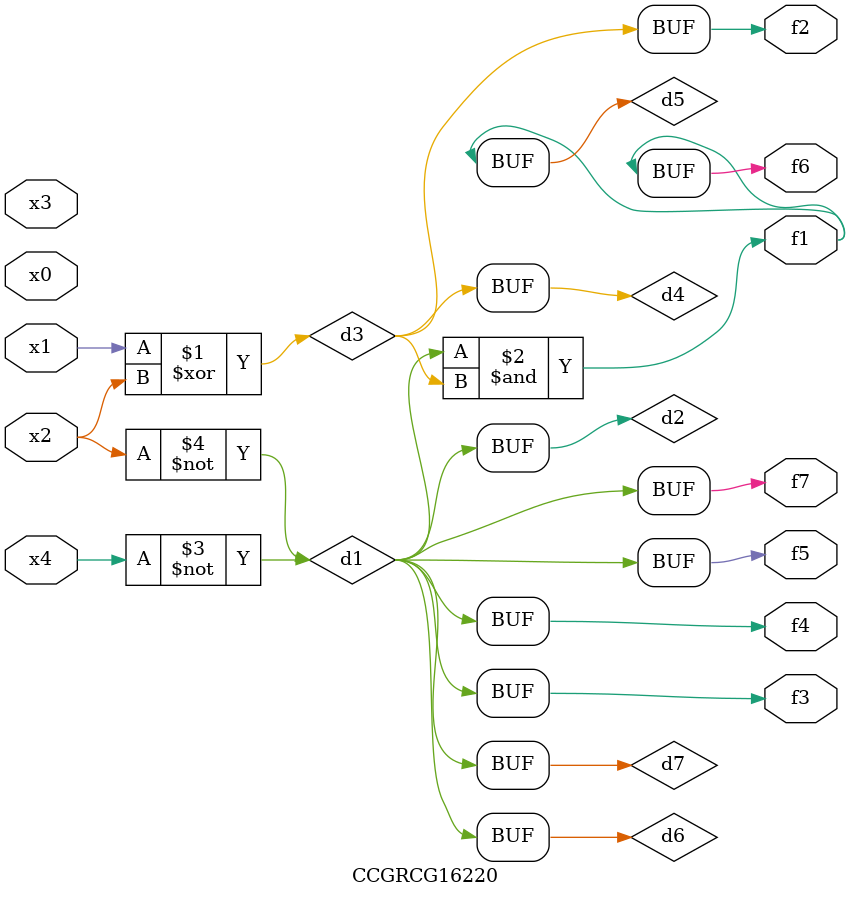
<source format=v>
module CCGRCG16220(
	input x0, x1, x2, x3, x4,
	output f1, f2, f3, f4, f5, f6, f7
);

	wire d1, d2, d3, d4, d5, d6, d7;

	not (d1, x4);
	not (d2, x2);
	xor (d3, x1, x2);
	buf (d4, d3);
	and (d5, d1, d3);
	buf (d6, d1, d2);
	buf (d7, d2);
	assign f1 = d5;
	assign f2 = d4;
	assign f3 = d7;
	assign f4 = d7;
	assign f5 = d7;
	assign f6 = d5;
	assign f7 = d7;
endmodule

</source>
